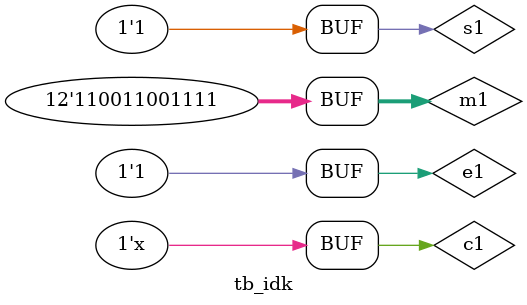
<source format=v>
module register_bank(data,clk);

input [7:0] data;
input clk;

reg[7:0] a,b,c,d,h,l;
wire [7:0] data;
wire [7:0] pswdata;

always @(posedge clk)
begin
  if (a == 8'bxxxxxxxx)
   begin
   a <= data;
   end
  else if (b == 8'bxxxxxxxx)
   begin  
    b <= data;
  end
  else if (c == 8'bxxxxxxxx)
  begin
   c <= data;
   end
  else if (d == 8'bxxxxxxxx)
   begin
    d <= data;
   end

   else if (h == 8'bxxxxxxxx)
    begin
    h <= data;
   end

   else if (l == 8'bxxxxxxxx)
    begin
    l <= data;
   end

  else 
   $display ("no space");

end

endmodule 

/*module transreg(maindata,ack,nack,startreg,stopreg,indata,clkreg,addressreg); 
input [7:0] indata;
input startreg;
input stopreg;
input clkreg;
input addressreg;
output ack;
output nack;
output [11:0] maindata;
reg [11:0] maindata;
integer x = 0;
reg ack;
reg nack;
always @(posedge clkreg)
begin
  if (addressreg != 4'b0001 || startreg == 1'b0)
    $display ("wait");
  else 
     begin
      for (x = 0; x < 8; x = x + 1)
       maindata[x+2] <= indata[x];
     end
     maindata[0] <= startreg;
     maindata[1] <= ack;
     maindata[10] <= nack;
     maindata[11] <= stopreg;
end
recreg r1(.mainvalues(maindata),.tdata(indata),.startbit1(startreg),.endbit1(stopreg),.ack1(ack),.nack1(nack),.clk1(clkreg));
endmodule 

module recreg(mainvalues,tdata,startbit1,endbit1,ack1,nack1,clk1);
input startbit1;
input endbit1;
input ack1;
input nack1;
input clk1;
input [7:0]tdata;
output [11:0] mainvalues;
reg [11:0] mainvalues;
wire [7:0] tdata;
integer y = 0;
wire  starbit1;
wire endbit1;
wire ack1;
wire nack1;

always @(negedge clk1)
  begin
  for (y = 0; y < 8; y = y + 1)
  begin 
   mainvalues[y+2] = tdata[y]; 
  end
  mainvalues[0] = startbit1;
  mainvalues[1] = ack1;
  mainvalues[10] = nack1;
  mainvalues[11] = endbit1;
  end 
endmodule 

module test_idk();
*/

module write(startbit,endbit,clk1,maindata,addreg);
input startbit; 
input endbit;
reg ack = 1'b1;
reg nack = 1'b1;
input clk1;
input [3:0] addreg;
integer k = 0;
input [11:0] maindata;
wire [11:0] maindata;
reg [7:0] datain;

always @(negedge clk1)
begin
if (startbit == 1'b0 | addreg != 4'b0001)
$display ("wait");

else 
begin
for (k = 0; k < 8; k = k + 1)
   datain[k] <= maindata[k+2];
end
end
register_bank r1(.data(datain),.clk(clk1));
endmodule


module tb_idk();
reg s1;
reg e1;
reg c1;
reg [11:0] m1;
write wx(.startbit(s1),.endbit(e1),.clk1(c1),.maindata(m1));
initial
begin
s1 = 1'b1;
e1 = 1'b1;
c1 = 1'b0;
m1 = 12'b110011001111;
end

always 
#5 c1 = ~c1;
endmodule 
</source>
